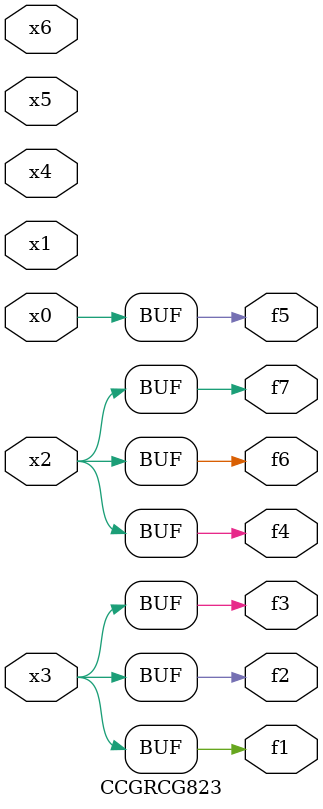
<source format=v>
module CCGRCG823(
	input x0, x1, x2, x3, x4, x5, x6,
	output f1, f2, f3, f4, f5, f6, f7
);
	assign f1 = x3;
	assign f2 = x3;
	assign f3 = x3;
	assign f4 = x2;
	assign f5 = x0;
	assign f6 = x2;
	assign f7 = x2;
endmodule

</source>
